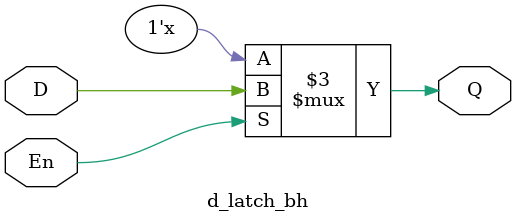
<source format=v>
/*** DATA FLOW MODEL ***/
module d_latch (Q, D, En);
    input D, En;
    output Q;

    assign Q = En ? D : Q;
endmodule

/*** BEHAVIORAL MODEL ***/
module d_latch_bh (Q, D, En);
    input D, En;
    output reg Q;

    always@(En, Q)
        if(En) Q = D;
endmodule

</source>
